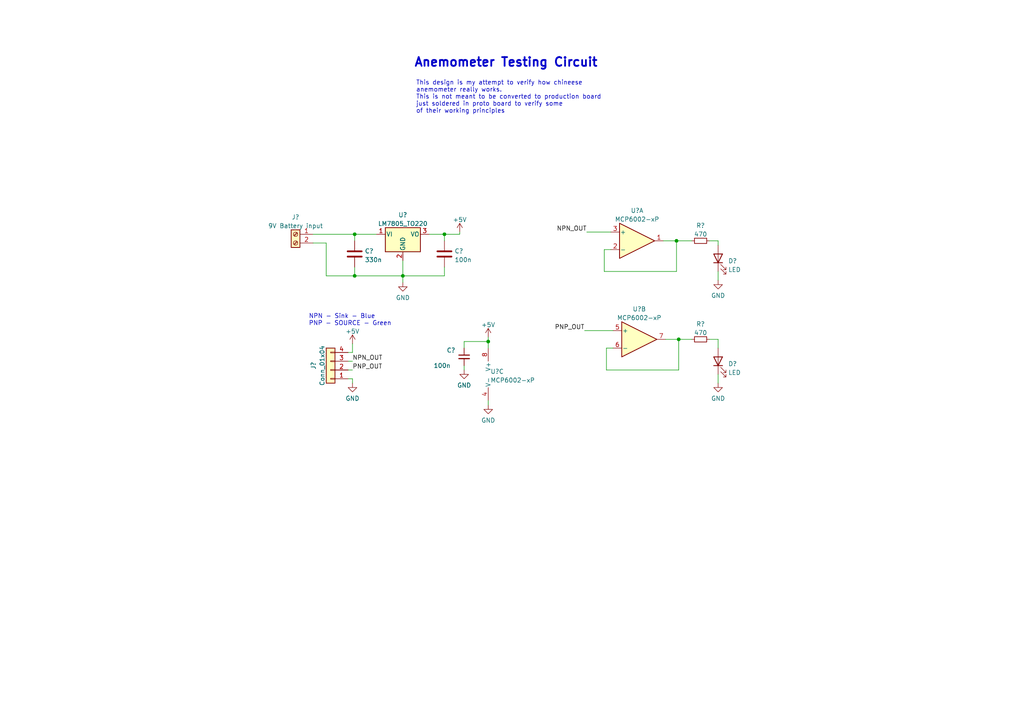
<source format=kicad_sch>
(kicad_sch (version 20211123) (generator eeschema)
  (paper "A4")
  (lib_symbols
    (symbol "Amplifier_Operational:MCP6002-xP" (pin_names (offset 0.127))
      (property "Reference" "U" (at 0 5.08 0))
      (property "Value" "MCP6002-xP" (at 0 -5.08 0))
      (symbol "MCP6002-xP_1_1"
        (polyline (pts (xy -5.08 5.08) (xy 5.08 0) (xy -5.08 -5.08) (xy -5.08 5.08)) (stroke (width 0.254)) (fill (type background)))
        (pin output line (at 7.62 0 180) (length 2.54) (name "~") (number "1"))
        (pin input line (at -7.62 -2.54 0) (length 2.54) (name "-") (number "2"))
        (pin input line (at -7.62 2.54 0) (length 2.54) (name "+") (number "3"))
      )
      (symbol "MCP6002-xP_2_1"
        (polyline (pts (xy -5.08 5.08) (xy 5.08 0) (xy -5.08 -5.08) (xy -5.08 5.08)) (stroke (width 0.254)) (fill (type background)))
        (pin input line (at -7.62 2.54 0) (length 2.54) (name "+") (number "5"))
        (pin input line (at -7.62 -2.54 0) (length 2.54) (name "-") (number "6"))
        (pin output line (at 7.62 0 180) (length 2.54) (name "~") (number "7"))
      )
      (symbol "MCP6002-xP_3_1"
        (pin power_in line (at -2.54 -7.62 90) (length 3.81) (name "V-") (number "4"))
        (pin power_in line (at -2.54 7.62 270) (length 3.81) (name "V+") (number "8"))
      )
    )
    (symbol "Connector:Screw_Terminal_01x02" (pin_names (offset 1.016) hide)
      (property "Reference" "J" (at 0 2.54 0))
      (property "Value" "Screw_Terminal_01x02" (at 0 -5.08 0))
      (symbol "Screw_Terminal_01x02_1_1"
        (rectangle (start -1.27 1.27) (end 1.27 -3.81) (stroke (width 0.254)) (fill (type background)))
        (circle (center 0 -2.54) (radius 0.635) (stroke (width 0.1524)))
        (polyline (pts (xy -0.5334 -2.2098) (xy 0.3302 -3.048)) (stroke (width 0.1524)))
        (polyline (pts (xy -0.5334 0.3302) (xy 0.3302 -0.508)) (stroke (width 0.1524)))
        (polyline (pts (xy -0.3556 -2.032) (xy 0.508 -2.8702)) (stroke (width 0.1524)))
        (polyline (pts (xy -0.3556 0.508) (xy 0.508 -0.3302)) (stroke (width 0.1524)))
        (circle (center 0 0) (radius 0.635) (stroke (width 0.1524)))
        (pin passive line (at -5.08 0 0) (length 3.81) (name "Pin_1") (number "1"))
        (pin passive line (at -5.08 -2.54 0) (length 3.81) (name "Pin_2") (number "2"))
      )
    )
    (symbol "Connector_Generic:Conn_01x04" (pin_names (offset 1.016) hide)
      (property "Reference" "J" (at 0 5.08 0))
      (property "Value" "Conn_01x04" (at 0 -7.62 0))
      (symbol "Conn_01x04_1_1"
        (rectangle (start -1.27 -4.953) (end 0 -5.207) (stroke (width 0.1524)))
        (rectangle (start -1.27 -2.413) (end 0 -2.667) (stroke (width 0.1524)))
        (rectangle (start -1.27 0.127) (end 0 -0.127) (stroke (width 0.1524)))
        (rectangle (start -1.27 2.667) (end 0 2.413) (stroke (width 0.1524)))
        (rectangle (start -1.27 3.81) (end 1.27 -6.35) (stroke (width 0.254)) (fill (type background)))
        (pin passive line (at -5.08 2.54 0) (length 3.81) (name "Pin_1") (number "1"))
        (pin passive line (at -5.08 0 0) (length 3.81) (name "Pin_2") (number "2"))
        (pin passive line (at -5.08 -2.54 0) (length 3.81) (name "Pin_3") (number "3"))
        (pin passive line (at -5.08 -5.08 0) (length 3.81) (name "Pin_4") (number "4"))
      )
    )
    (symbol "Device:C" (pin_numbers hide) (pin_names (offset 0.254))
      (property "Reference" "C" (at 0.635 2.54 0))
      (property "Value" "C" (at 0.635 -2.54 0))
      (symbol "C_0_1"
        (polyline (pts (xy -2.032 -0.762) (xy 2.032 -0.762)) (stroke (width 0.508)))
        (polyline (pts (xy -2.032 0.762) (xy 2.032 0.762)) (stroke (width 0.508)))
      )
      (symbol "C_1_1"
        (pin passive line (at 0 3.81 270) (length 2.794) (name "~") (number "1"))
        (pin passive line (at 0 -3.81 90) (length 2.794) (name "~") (number "2"))
      )
    )
    (symbol "Device:C_Small" (pin_numbers hide) (pin_names (offset 0.254) hide)
      (property "Reference" "C" (at 0.254 1.778 0))
      (property "Value" "C_Small" (at 0.254 -2.032 0))
      (symbol "C_Small_0_1"
        (polyline (pts (xy -1.524 -0.508) (xy 1.524 -0.508)) (stroke (width 0.3302)))
        (polyline (pts (xy -1.524 0.508) (xy 1.524 0.508)) (stroke (width 0.3048)))
      )
      (symbol "C_Small_1_1"
        (pin passive line (at 0 2.54 270) (length 2.032) (name "~") (number "1"))
        (pin passive line (at 0 -2.54 90) (length 2.032) (name "~") (number "2"))
      )
    )
    (symbol "Device:LED" (pin_numbers hide) (pin_names (offset 1.016) hide)
      (property "Reference" "D" (at 0 2.54 0))
      (property "Value" "LED" (at 0 -2.54 0))
      (symbol "LED_0_1"
        (polyline (pts (xy -1.27 -1.27) (xy -1.27 1.27)) (stroke (width 0.254)))
        (polyline (pts (xy -1.27 0) (xy 1.27 0)))
        (polyline (pts (xy 1.27 -1.27) (xy 1.27 1.27) (xy -1.27 0) (xy 1.27 -1.27)) (stroke (width 0.254)))
        (polyline (pts (xy -3.048 -0.762) (xy -4.572 -2.286) (xy -3.81 -2.286) (xy -4.572 -2.286) (xy -4.572 -1.524)))
        (polyline (pts (xy -1.778 -0.762) (xy -3.302 -2.286) (xy -2.54 -2.286) (xy -3.302 -2.286) (xy -3.302 -1.524)))
      )
      (symbol "LED_1_1"
        (pin passive line (at -3.81 0 0) (length 2.54) (name "K") (number "1"))
        (pin passive line (at 3.81 0 180) (length 2.54) (name "A") (number "2"))
      )
    )
    (symbol "Device:R_Small" (pin_numbers hide) (pin_names (offset 0.254) hide)
      (property "Reference" "R" (at 0.762 0.508 0))
      (property "Value" "R_Small" (at 0.762 -1.016 0))
      (symbol "R_Small_0_1"
        (rectangle (start -0.762 1.778) (end 0.762 -1.778) (stroke (width 0.2032)))
      )
      (symbol "R_Small_1_1"
        (pin passive line (at 0 2.54 270) (length 0.762) (name "~") (number "1"))
        (pin passive line (at 0 -2.54 90) (length 0.762) (name "~") (number "2"))
      )
    )
    (symbol "Regulator_Linear:LM7805_TO220" (pin_names (offset 0.254))
      (property "Reference" "U" (at -3.81 3.175 0))
      (property "Value" "LM7805_TO220" (at 0 3.175 0))
      (symbol "LM7805_TO220_0_1"
        (rectangle (start -5.08 1.905) (end 5.08 -5.08) (stroke (width 0.254)) (fill (type background)))
      )
      (symbol "LM7805_TO220_1_1"
        (pin power_in line (at -7.62 0 0) (length 2.54) (name "VI") (number "1"))
        (pin power_in line (at 0 -7.62 90) (length 2.54) (name "GND") (number "2"))
        (pin power_out line (at 7.62 0 180) (length 2.54) (name "VO") (number "3"))
      )
    )
    (symbol "power:+5V" (power) (pin_names (offset 0))
      (property "Value" "+5V" (at 0 3.556 0))
      (symbol "+5V_0_1"
        (polyline (pts (xy -0.762 1.27) (xy 0 2.54)))
        (polyline (pts (xy 0 0) (xy 0 2.54)))
        (polyline (pts (xy 0 2.54) (xy 0.762 1.27)))
      )
      (symbol "+5V_1_1"
        (pin power_in line (at 0 0 90) (length 0) hide (name "+5V") (number "1"))
      )
    )
    (symbol "power:GND" (power) (pin_names (offset 0))
      (property "Value" "GND" (at 0 -3.81 0))
      (symbol "GND_0_1"
        (polyline (pts (xy 0 0) (xy 0 -1.27) (xy 1.27 -1.27) (xy 0 -2.54) (xy -1.27 -1.27) (xy 0 -1.27)))
      )
      (symbol "GND_1_1"
        (pin power_in line (at 0 0 270) (length 0) hide (name "GND") (number "1"))
      )
    )
  )
  (junction (at 196.215 69.85))
  (junction (at 116.84 80.01))
  (junction (at 102.87 67.945))
  (junction (at 196.85 98.425))
  (junction (at 141.605 99.06))
  (junction (at 102.87 80.01))
  (junction (at 128.905 67.945))
  (wire (pts (xy 128.905 69.85) (xy 128.905 67.945)))
  (wire (pts (xy 109.22 67.945) (xy 102.87 67.945)))
  (wire (pts (xy 90.805 67.945) (xy 102.87 67.945)))
  (wire (pts (xy 102.87 80.01) (xy 102.87 77.47)))
  (wire (pts (xy 175.895 107.315) (xy 196.85 107.315)))
  (wire (pts (xy 100.965 109.855) (xy 102.235 109.855)))
  (wire (pts (xy 208.28 98.425) (xy 208.28 100.965)))
  (wire (pts (xy 94.615 70.485) (xy 94.615 80.01)))
  (wire (pts (xy 134.62 106.045) (xy 134.62 107.315)))
  (wire (pts (xy 196.215 69.85) (xy 192.405 69.85)))
  (wire (pts (xy 90.805 70.485) (xy 94.615 70.485)))
  (wire (pts (xy 141.605 99.06) (xy 141.605 100.965)))
  (wire (pts (xy 208.28 108.585) (xy 208.28 111.125)))
  (wire (pts (xy 141.605 97.79) (xy 141.605 99.06)))
  (wire (pts (xy 102.235 109.855) (xy 102.235 111.125)))
  (wire (pts (xy 170.18 67.31) (xy 177.165 67.31)))
  (wire (pts (xy 169.545 95.885) (xy 177.8 95.885)))
  (wire (pts (xy 141.605 116.205) (xy 141.605 117.475)))
  (wire (pts (xy 133.35 67.31) (xy 133.35 67.945)))
  (wire (pts (xy 177.8 100.965) (xy 175.895 100.965)))
  (wire (pts (xy 128.905 77.47) (xy 128.905 80.01)))
  (wire (pts (xy 193.04 98.425) (xy 196.85 98.425)))
  (wire (pts (xy 102.87 67.945) (xy 102.87 69.85)))
  (wire (pts (xy 116.84 80.01) (xy 102.87 80.01)))
  (wire (pts (xy 102.235 99.695) (xy 102.235 102.235)))
  (wire (pts (xy 208.28 78.74) (xy 208.28 81.28)))
  (wire (pts (xy 116.84 80.01) (xy 116.84 81.915)))
  (wire (pts (xy 102.235 104.775) (xy 100.965 104.775)))
  (wire (pts (xy 196.215 69.85) (xy 200.66 69.85)))
  (wire (pts (xy 116.84 75.565) (xy 116.84 80.01)))
  (wire (pts (xy 208.28 69.85) (xy 208.28 71.12)))
  (wire (pts (xy 134.62 99.06) (xy 141.605 99.06)))
  (wire (pts (xy 205.74 98.425) (xy 208.28 98.425)))
  (wire (pts (xy 128.905 80.01) (xy 116.84 80.01)))
  (wire (pts (xy 196.85 98.425) (xy 200.66 98.425)))
  (wire (pts (xy 196.215 78.74) (xy 196.215 69.85)))
  (wire (pts (xy 100.965 102.235) (xy 102.235 102.235)))
  (wire (pts (xy 177.165 72.39) (xy 175.26 72.39)))
  (wire (pts (xy 94.615 80.01) (xy 102.87 80.01)))
  (wire (pts (xy 175.895 100.965) (xy 175.895 107.315)))
  (wire (pts (xy 175.26 72.39) (xy 175.26 78.74)))
  (wire (pts (xy 128.905 67.945) (xy 124.46 67.945)))
  (wire (pts (xy 205.74 69.85) (xy 208.28 69.85)))
  (wire (pts (xy 175.26 78.74) (xy 196.215 78.74)))
  (wire (pts (xy 196.85 107.315) (xy 196.85 98.425)))
  (wire (pts (xy 102.235 107.315) (xy 100.965 107.315)))
  (wire (pts (xy 134.62 100.965) (xy 134.62 99.06)))
  (wire (pts (xy 133.35 67.945) (xy 128.905 67.945)))
  (text "This design is my attempt to verify how chineese \nanemometer really works.\nThis is not meant to be converted to production board\njust soldered in proto board to verify some \nof their working principles" (at 120.65 33.02 0) (effects (font (size 1.27 1.27)) (justify left bottom)))
  (text "Anemometer Testing Circuit" (at 120.015 19.685 0) (effects (font (size 2.54 2.54) (thickness 0.508) bold) (justify left bottom)))
  (text "NPN - Sink - Blue\nPNP - SOURCE - Green" (at 89.535 94.615 0) (effects (font (size 1.27 1.27)) (justify left bottom)))
  (label "PNP_OUT" (at 102.235 107.315 0))
  (label "PNP_OUT" (at 169.545 95.885 180))
  (label "NPN_OUT" (at 102.235 104.775 0))
  (label "NPN_OUT" (at 170.18 67.31 180))
  (symbol (lib_id "power:GND") (at 134.62 107.315 0) (unit 1)
    (property "Reference" "#PWR?" (effects hide))
    (property "Value" "GND" (at 134.62 111.7584 0))
  )
  (symbol (lib_id "Amplifier_Operational:MCP6002-xP") (at 185.42 98.425 0) (unit 2)
    (property "Reference" "U?" (at 185.42 89.6452 0))
    (property "Value" "MCP6002-xP" (at 185.42 92.1821 0))
    (property "Datasheet" "http://ww1.microchip.com/downloads/en/DeviceDoc/21733j.pdf" (effects hide))
  )
  (symbol (lib_id "Device:R_Small") (at 203.2 69.85 90) (unit 1)
    (property "Reference" "R?" (at 203.2 65.4136 90))
    (property "Value" "470" (at 203.2 67.9505 90))
  )
  (symbol (lib_id "Device:C") (at 128.905 73.66 0) (unit 1)
    (property "Reference" "C?" (at 131.826 72.8253 0) (effects (justify left)))
    (property "Value" "100n" (at 131.826 75.3622 0) (effects (justify left)))
  )
  (symbol (lib_id "power:+5V") (at 133.35 67.31 0) (unit 1)
    (property "Reference" "#PWR?" (effects hide))
    (property "Value" "+5V" (at 133.35 63.7342 0))
  )
  (symbol (lib_id "Connector_Generic:Conn_01x04") (at 95.885 107.315 180) (unit 1)
    (property "Reference" "J?" (at 90.9152 106.045 90))
    (property "Value" "Conn_01x04" (at 93.4521 106.045 90))
  )
  (symbol (lib_id "power:GND") (at 208.28 81.28 0) (unit 1)
    (property "Reference" "#PWR?" (effects hide))
    (property "Value" "GND" (at 208.28 85.7234 0))
  )
  (symbol (lib_id "Device:LED") (at 208.28 104.775 90) (unit 1)
    (property "Reference" "D?" (at 211.201 105.5278 90) (effects (justify right)))
    (property "Value" "LED" (at 211.201 108.0647 90) (effects (justify right)))
  )
  (symbol (lib_id "Device:R_Small") (at 203.2 98.425 90) (unit 1)
    (property "Reference" "R?" (at 203.2 93.9886 90))
    (property "Value" "470" (at 203.2 96.5255 90))
  )
  (symbol (lib_id "Amplifier_Operational:MCP6002-xP") (at 144.145 108.585 0) (unit 3)
    (property "Reference" "U?" (at 142.24 107.7503 0) (effects (justify left)))
    (property "Value" "MCP6002-xP" (at 142.24 110.2872 0) (effects (justify left)))
    (property "Datasheet" "http://ww1.microchip.com/downloads/en/DeviceDoc/21733j.pdf" (effects hide))
  )
  (symbol (lib_id "Regulator_Linear:LM7805_TO220") (at 116.84 67.945 0) (unit 1)
    (property "Reference" "U?" (at 116.84 62.3402 0))
    (property "Value" "LM7805_TO220" (at 116.84 64.8771 0))
    (property "Footprint" "Package_TO_SOT_THT:TO-220-3_Vertical" (effects hide))
    (property "Datasheet" "https://www.onsemi.cn/PowerSolutions/document/MC7800-D.PDF" (effects hide))
  )
  (symbol (lib_id "power:GND") (at 208.28 111.125 0) (unit 1)
    (property "Reference" "#PWR?" (effects hide))
    (property "Value" "GND" (at 208.28 115.5684 0))
  )
  (symbol (lib_id "Device:C") (at 102.87 73.66 0) (unit 1)
    (property "Reference" "C?" (at 105.791 72.8253 0) (effects (justify left)))
    (property "Value" "330n" (at 105.791 75.3622 0) (effects (justify left)))
  )
  (symbol (lib_id "Amplifier_Operational:MCP6002-xP") (at 184.785 69.85 0) (unit 1)
    (property "Reference" "U?" (at 184.785 61.0702 0))
    (property "Value" "MCP6002-xP" (at 184.785 63.6071 0))
    (property "Datasheet" "http://ww1.microchip.com/downloads/en/DeviceDoc/21733j.pdf" (effects hide))
  )
  (symbol (lib_id "power:GND") (at 102.235 111.125 0) (unit 1)
    (property "Reference" "#PWR?" (effects hide))
    (property "Value" "GND" (at 102.235 115.5684 0))
  )
  (symbol (lib_id "Device:LED") (at 208.28 74.93 90) (unit 1)
    (property "Reference" "D?" (at 211.201 75.6828 90) (effects (justify right)))
    (property "Value" "LED" (at 211.201 78.2197 90) (effects (justify right)))
  )
  (symbol (lib_id "power:GND") (at 141.605 117.475 0) (unit 1)
    (property "Reference" "#PWR?" (effects hide))
    (property "Value" "GND" (at 141.605 121.9184 0))
  )
  (symbol (lib_id "power:GND") (at 116.84 81.915 0) (unit 1)
    (property "Reference" "#PWR?" (effects hide))
    (property "Value" "GND" (at 116.84 86.3584 0))
  )
  (symbol (lib_id "power:+5V") (at 102.235 99.695 0) (unit 1)
    (property "Reference" "#PWR?" (effects hide))
    (property "Value" "+5V" (at 102.235 96.1192 0))
  )
  (symbol (lib_id "Connector:Screw_Terminal_01x02") (at 85.725 67.945 0) (mirror y) (unit 1)
    (property "Reference" "J?" (at 85.725 62.9752 0))
    (property "Value" "9V Battery input" (at 85.725 65.5121 0))
  )
  (symbol (lib_id "power:+5V") (at 141.605 97.79 0) (unit 1)
    (property "Reference" "#PWR?" (effects hide))
    (property "Value" "+5V" (at 141.605 94.2142 0))
  )
  (symbol (lib_id "Device:C_Small") (at 134.62 103.505 0) (mirror y) (unit 1)
    (property "Reference" "C?" (at 129.54 101.6 0) (effects (justify right)))
    (property "Value" "100n" (at 125.73 106.045 0) (effects (justify right)))
  )
)
</source>
